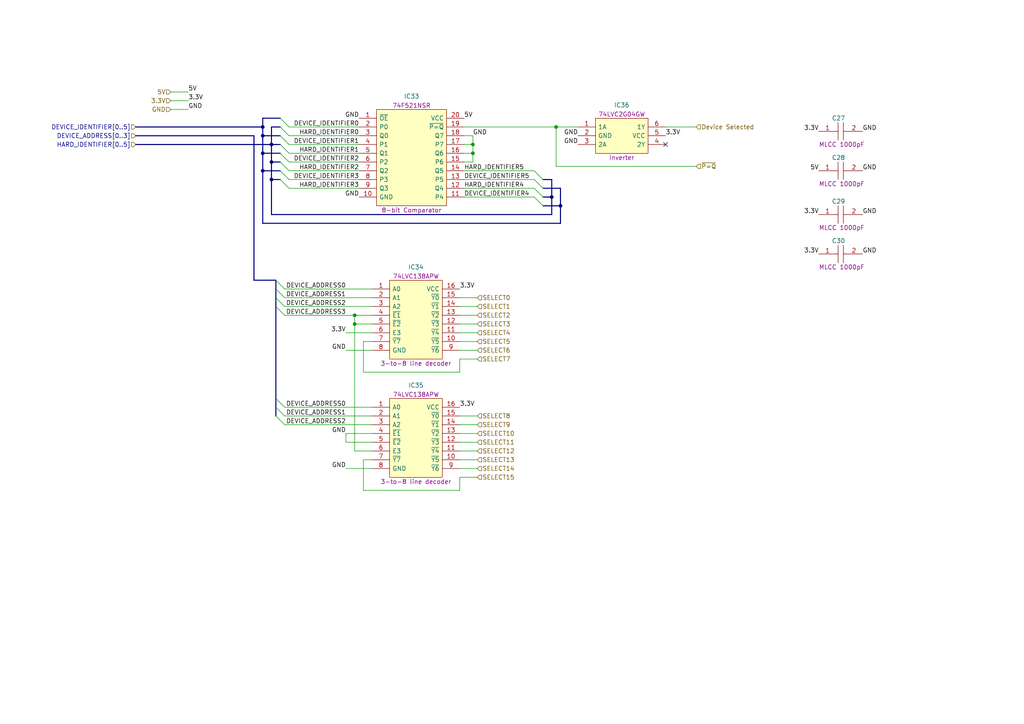
<source format=kicad_sch>
(kicad_sch (version 20211123) (generator eeschema)

  (uuid f789d22c-c435-4931-8655-d71f2b6109ae)

  (paper "A4")

  (lib_symbols
    (symbol "Nexperia:74LVC138APW-Q100J" (pin_names (offset 0.762)) (in_bom yes) (on_board yes)
      (property "Reference" "IC" (id 0) (at 11.43 6.35 0)
        (effects (font (size 1.27 1.27)) (justify left))
      )
      (property "Value" "74LVC138APW-Q100J" (id 1) (at 21.59 5.08 0)
        (effects (font (size 1.27 1.27)) (justify left) hide)
      )
      (property "Footprint" "SOP65P640X110-16N" (id 2) (at 21.59 2.54 0)
        (effects (font (size 1.27 1.27)) (justify left) hide)
      )
      (property "Datasheet" "https://assets.nexperia.com/documents/data-sheet/74LVC138A_Q100.pdf" (id 3) (at 21.59 0 0)
        (effects (font (size 1.27 1.27)) (justify left) hide)
      )
      (property "Description" "3-to-8 line decoder" (id 4) (at 2.54 -21.59 0)
        (effects (font (size 1.27 1.27)) (justify left))
      )
      (property "Height" "1.1" (id 5) (at 21.59 -5.08 0)
        (effects (font (size 1.27 1.27)) (justify left) hide)
      )
      (property "Mouser Part Number" "771-74LVC138APWQ100J" (id 6) (at 21.59 -7.62 0)
        (effects (font (size 1.27 1.27)) (justify left) hide)
      )
      (property "Mouser Price/Stock" "https://www.mouser.co.uk/ProductDetail/Nexperia/74LVC138APW-Q100J?qs=fi7yB2oewZnXKE82xo%252BhJQ%3D%3D" (id 7) (at 21.59 -10.16 0)
        (effects (font (size 1.27 1.27)) (justify left) hide)
      )
      (property "Manufacturer_Name" "Nexperia" (id 8) (at 21.59 -12.7 0)
        (effects (font (size 1.27 1.27)) (justify left) hide)
      )
      (property "Manufacturer_Part_Number" "74LVC138APW-Q100J" (id 9) (at 21.59 -15.24 0)
        (effects (font (size 1.27 1.27)) (justify left) hide)
      )
      (property "Silk" "74LVC138APW" (id 10) (at 12.7 3.81 0)
        (effects (font (size 1.27 1.27)))
      )
      (property "ki_description" "74LVC138A-Q100 - 3-to-8 line decoder/demultiplexer; inverting@en-us" (id 11) (at 0 0 0)
        (effects (font (size 1.27 1.27)) hide)
      )
      (symbol "74LVC138APW-Q100J_0_0"
        (pin passive line (at 0 0 0) (length 5.08)
          (name "A0" (effects (font (size 1.27 1.27))))
          (number "1" (effects (font (size 1.27 1.27))))
        )
        (pin passive line (at 25.4 -15.24 180) (length 5.08)
          (name "~{Y5}" (effects (font (size 1.27 1.27))))
          (number "10" (effects (font (size 1.27 1.27))))
        )
        (pin passive line (at 25.4 -12.7 180) (length 5.08)
          (name "~{Y4}" (effects (font (size 1.27 1.27))))
          (number "11" (effects (font (size 1.27 1.27))))
        )
        (pin passive line (at 25.4 -10.16 180) (length 5.08)
          (name "~{Y3}" (effects (font (size 1.27 1.27))))
          (number "12" (effects (font (size 1.27 1.27))))
        )
        (pin passive line (at 25.4 -7.62 180) (length 5.08)
          (name "~{Y2}" (effects (font (size 1.27 1.27))))
          (number "13" (effects (font (size 1.27 1.27))))
        )
        (pin passive line (at 25.4 -5.08 180) (length 5.08)
          (name "~{Y1}" (effects (font (size 1.27 1.27))))
          (number "14" (effects (font (size 1.27 1.27))))
        )
        (pin passive line (at 25.4 -2.54 180) (length 5.08)
          (name "~{Y0}" (effects (font (size 1.27 1.27))))
          (number "15" (effects (font (size 1.27 1.27))))
        )
        (pin passive line (at 25.4 0 180) (length 5.08)
          (name "VCC" (effects (font (size 1.27 1.27))))
          (number "16" (effects (font (size 1.27 1.27))))
        )
        (pin passive line (at 0 -2.54 0) (length 5.08)
          (name "A1" (effects (font (size 1.27 1.27))))
          (number "2" (effects (font (size 1.27 1.27))))
        )
        (pin passive line (at 0 -5.08 0) (length 5.08)
          (name "A2" (effects (font (size 1.27 1.27))))
          (number "3" (effects (font (size 1.27 1.27))))
        )
        (pin passive line (at 0 -7.62 0) (length 5.08)
          (name "~{E1}" (effects (font (size 1.27 1.27))))
          (number "4" (effects (font (size 1.27 1.27))))
        )
        (pin passive line (at 0 -10.16 0) (length 5.08)
          (name "~{E2}" (effects (font (size 1.27 1.27))))
          (number "5" (effects (font (size 1.27 1.27))))
        )
        (pin passive line (at 0 -12.7 0) (length 5.08)
          (name "E3" (effects (font (size 1.27 1.27))))
          (number "6" (effects (font (size 1.27 1.27))))
        )
        (pin passive line (at 0 -15.24 0) (length 5.08)
          (name "~{Y7}" (effects (font (size 1.27 1.27))))
          (number "7" (effects (font (size 1.27 1.27))))
        )
        (pin passive line (at 0 -17.78 0) (length 5.08)
          (name "GND" (effects (font (size 1.27 1.27))))
          (number "8" (effects (font (size 1.27 1.27))))
        )
        (pin passive line (at 25.4 -17.78 180) (length 5.08)
          (name "~{Y6}" (effects (font (size 1.27 1.27))))
          (number "9" (effects (font (size 1.27 1.27))))
        )
      )
      (symbol "74LVC138APW-Q100J_0_1"
        (polyline
          (pts
            (xy 5.08 2.54)
            (xy 20.32 2.54)
            (xy 20.32 -20.32)
            (xy 5.08 -20.32)
            (xy 5.08 2.54)
          )
          (stroke (width 0.1524) (type default) (color 0 0 0 0))
          (fill (type background))
        )
      )
    )
    (symbol "Nexperia:74LVC2G04GW-Q100H" (pin_names (offset 0.762)) (in_bom yes) (on_board yes)
      (property "Reference" "IC" (id 0) (at 11.43 6.35 0)
        (effects (font (size 1.27 1.27)) (justify left))
      )
      (property "Value" "74LVC2G04GW-Q100H" (id 1) (at 21.59 5.08 0)
        (effects (font (size 1.27 1.27)) (justify left) hide)
      )
      (property "Footprint" "SOP65P210X110-6N" (id 2) (at 21.59 2.54 0)
        (effects (font (size 1.27 1.27)) (justify left) hide)
      )
      (property "Datasheet" "https://assets.nexperia.com/documents/data-sheet/74LVC2G04_Q100.pdf" (id 3) (at 21.59 0 0)
        (effects (font (size 1.27 1.27)) (justify left) hide)
      )
      (property "Description" "Inverter" (id 4) (at 10.16 -8.89 0)
        (effects (font (size 1.27 1.27)) (justify left))
      )
      (property "Height" "1.1" (id 5) (at 21.59 -5.08 0)
        (effects (font (size 1.27 1.27)) (justify left) hide)
      )
      (property "Manufacturer_Name" "Nexperia" (id 6) (at 21.59 -7.62 0)
        (effects (font (size 1.27 1.27)) (justify left) hide)
      )
      (property "Manufacturer_Part_Number" "74LVC2G04GW-Q100H" (id 7) (at 21.59 -10.16 0)
        (effects (font (size 1.27 1.27)) (justify left) hide)
      )
      (property "Mouser Part Number" "771-74LVC2G04GWQ100H" (id 8) (at 21.59 -12.7 0)
        (effects (font (size 1.27 1.27)) (justify left) hide)
      )
      (property "Mouser Price/Stock" "https://www.mouser.co.uk/ProductDetail/Nexperia/74LVC2G04GW-Q100H?qs=Yna0arPQ0CQTXbBDVSrZqQ%3D%3D" (id 9) (at 21.59 -15.24 0)
        (effects (font (size 1.27 1.27)) (justify left) hide)
      )
      (property "Arrow Part Number" "74LVC2G04GW-Q100H" (id 10) (at 21.59 -17.78 0)
        (effects (font (size 1.27 1.27)) (justify left) hide)
      )
      (property "Arrow Price/Stock" "https://www.arrow.com/en/products/74lvc2g04gw-q100h/nexperia" (id 11) (at 21.59 -20.32 0)
        (effects (font (size 1.27 1.27)) (justify left) hide)
      )
      (property "Silk" "74LVC2G04GW" (id 12) (at 12.7 3.81 0)
        (effects (font (size 1.27 1.27)))
      )
      (property "ki_description" "74LVC2G04-Q100 - Dual inverter@en-us" (id 13) (at 0 0 0)
        (effects (font (size 1.27 1.27)) hide)
      )
      (symbol "74LVC2G04GW-Q100H_0_0"
        (pin passive line (at 0 0 0) (length 5.08)
          (name "1A" (effects (font (size 1.27 1.27))))
          (number "1" (effects (font (size 1.27 1.27))))
        )
        (pin passive line (at 0 -2.54 0) (length 5.08)
          (name "GND" (effects (font (size 1.27 1.27))))
          (number "2" (effects (font (size 1.27 1.27))))
        )
        (pin passive line (at 0 -5.08 0) (length 5.08)
          (name "2A" (effects (font (size 1.27 1.27))))
          (number "3" (effects (font (size 1.27 1.27))))
        )
        (pin passive line (at 25.4 -5.08 180) (length 5.08)
          (name "2Y" (effects (font (size 1.27 1.27))))
          (number "4" (effects (font (size 1.27 1.27))))
        )
        (pin passive line (at 25.4 -2.54 180) (length 5.08)
          (name "VCC" (effects (font (size 1.27 1.27))))
          (number "5" (effects (font (size 1.27 1.27))))
        )
        (pin passive line (at 25.4 0 180) (length 5.08)
          (name "1Y" (effects (font (size 1.27 1.27))))
          (number "6" (effects (font (size 1.27 1.27))))
        )
      )
      (symbol "74LVC2G04GW-Q100H_0_1"
        (polyline
          (pts
            (xy 5.08 2.54)
            (xy 20.32 2.54)
            (xy 20.32 -7.62)
            (xy 5.08 -7.62)
            (xy 5.08 2.54)
          )
          (stroke (width 0.1524) (type default) (color 0 0 0 0))
          (fill (type background))
        )
      )
    )
    (symbol "Texas_Instruments:SN74F521NSR" (pin_names (offset 0.762)) (in_bom yes) (on_board yes)
      (property "Reference" "IC" (id 0) (at 13.97 6.35 0)
        (effects (font (size 1.27 1.27)) (justify left))
      )
      (property "Value" "SN74F521NSR" (id 1) (at 26.67 5.08 0)
        (effects (font (size 1.27 1.27)) (justify left) hide)
      )
      (property "Footprint" "SOIC127P780X200-20N" (id 2) (at 26.67 2.54 0)
        (effects (font (size 1.27 1.27)) (justify left) hide)
      )
      (property "Datasheet" "http://www.ti.com/lit/gpn/sn74f521" (id 3) (at 26.67 0 0)
        (effects (font (size 1.27 1.27)) (justify left) hide)
      )
      (property "Description" "8-bit Comparator" (id 4) (at 6.35 -26.67 0)
        (effects (font (size 1.27 1.27)) (justify left))
      )
      (property "Height" "2" (id 5) (at 26.67 -5.08 0)
        (effects (font (size 1.27 1.27)) (justify left) hide)
      )
      (property "Mouser Part Number" "595-SN74F521NSR" (id 6) (at 26.67 -7.62 0)
        (effects (font (size 1.27 1.27)) (justify left) hide)
      )
      (property "Mouser Price/Stock" "https://www.mouser.co.uk/ProductDetail/Texas-Instruments/SN74F521NSR?qs=mE33ZKBHyE6KJhInhzfN1g%3D%3D" (id 7) (at 26.67 -10.16 0)
        (effects (font (size 1.27 1.27)) (justify left) hide)
      )
      (property "Manufacturer_Name" "Texas Instruments" (id 8) (at 26.67 -12.7 0)
        (effects (font (size 1.27 1.27)) (justify left) hide)
      )
      (property "Manufacturer_Part_Number" "SN74F521NSR" (id 9) (at 26.67 -15.24 0)
        (effects (font (size 1.27 1.27)) (justify left) hide)
      )
      (property "Silk" "74F521NSR" (id 10) (at 15.24 3.81 0)
        (effects (font (size 1.27 1.27)))
      )
      (property "ki_description" "8-Bit Identity/Magnitude Comparators (P=Q) with Enable" (id 11) (at 0 0 0)
        (effects (font (size 1.27 1.27)) hide)
      )
      (symbol "SN74F521NSR_0_0"
        (pin passive line (at 0 0 0) (length 5.08)
          (name "~{OE}" (effects (font (size 1.27 1.27))))
          (number "1" (effects (font (size 1.27 1.27))))
        )
        (pin passive line (at 0 -22.86 0) (length 5.08)
          (name "GND" (effects (font (size 1.27 1.27))))
          (number "10" (effects (font (size 1.27 1.27))))
        )
        (pin passive line (at 30.48 -22.86 180) (length 5.08)
          (name "P4" (effects (font (size 1.27 1.27))))
          (number "11" (effects (font (size 1.27 1.27))))
        )
        (pin passive line (at 30.48 -20.32 180) (length 5.08)
          (name "Q4" (effects (font (size 1.27 1.27))))
          (number "12" (effects (font (size 1.27 1.27))))
        )
        (pin passive line (at 30.48 -17.78 180) (length 5.08)
          (name "P5" (effects (font (size 1.27 1.27))))
          (number "13" (effects (font (size 1.27 1.27))))
        )
        (pin passive line (at 30.48 -15.24 180) (length 5.08)
          (name "Q5" (effects (font (size 1.27 1.27))))
          (number "14" (effects (font (size 1.27 1.27))))
        )
        (pin passive line (at 30.48 -12.7 180) (length 5.08)
          (name "P6" (effects (font (size 1.27 1.27))))
          (number "15" (effects (font (size 1.27 1.27))))
        )
        (pin passive line (at 30.48 -10.16 180) (length 5.08)
          (name "Q6" (effects (font (size 1.27 1.27))))
          (number "16" (effects (font (size 1.27 1.27))))
        )
        (pin passive line (at 30.48 -7.62 180) (length 5.08)
          (name "P7" (effects (font (size 1.27 1.27))))
          (number "17" (effects (font (size 1.27 1.27))))
        )
        (pin passive line (at 30.48 -5.08 180) (length 5.08)
          (name "Q7" (effects (font (size 1.27 1.27))))
          (number "18" (effects (font (size 1.27 1.27))))
        )
        (pin passive line (at 30.48 -2.54 180) (length 5.08)
          (name "~{P=Q}" (effects (font (size 1.27 1.27))))
          (number "19" (effects (font (size 1.27 1.27))))
        )
        (pin passive line (at 0 -2.54 0) (length 5.08)
          (name "P0" (effects (font (size 1.27 1.27))))
          (number "2" (effects (font (size 1.27 1.27))))
        )
        (pin passive line (at 30.48 0 180) (length 5.08)
          (name "VCC" (effects (font (size 1.27 1.27))))
          (number "20" (effects (font (size 1.27 1.27))))
        )
        (pin passive line (at 0 -5.08 0) (length 5.08)
          (name "Q0" (effects (font (size 1.27 1.27))))
          (number "3" (effects (font (size 1.27 1.27))))
        )
        (pin passive line (at 0 -7.62 0) (length 5.08)
          (name "P1" (effects (font (size 1.27 1.27))))
          (number "4" (effects (font (size 1.27 1.27))))
        )
        (pin passive line (at 0 -10.16 0) (length 5.08)
          (name "Q1" (effects (font (size 1.27 1.27))))
          (number "5" (effects (font (size 1.27 1.27))))
        )
        (pin passive line (at 0 -12.7 0) (length 5.08)
          (name "P2" (effects (font (size 1.27 1.27))))
          (number "6" (effects (font (size 1.27 1.27))))
        )
        (pin passive line (at 0 -15.24 0) (length 5.08)
          (name "Q2" (effects (font (size 1.27 1.27))))
          (number "7" (effects (font (size 1.27 1.27))))
        )
        (pin passive line (at 0 -17.78 0) (length 5.08)
          (name "P3" (effects (font (size 1.27 1.27))))
          (number "8" (effects (font (size 1.27 1.27))))
        )
        (pin passive line (at 0 -20.32 0) (length 5.08)
          (name "Q3" (effects (font (size 1.27 1.27))))
          (number "9" (effects (font (size 1.27 1.27))))
        )
      )
      (symbol "SN74F521NSR_0_1"
        (polyline
          (pts
            (xy 5.08 2.54)
            (xy 25.4 2.54)
            (xy 25.4 -25.4)
            (xy 5.08 -25.4)
            (xy 5.08 2.54)
          )
          (stroke (width 0.1524) (type default) (color 0 0 0 0))
          (fill (type background))
        )
      )
    )
    (symbol "Wurth_Elektronik:885012207033" (pin_names (offset 0.762)) (in_bom yes) (on_board yes)
      (property "Reference" "C" (id 0) (at 5.715 3.81 0)
        (effects (font (size 1.27 1.27)) (justify left))
      )
      (property "Value" "885012207033" (id 1) (at -1.27 3.81 0)
        (effects (font (size 1.27 1.27)) (justify left) hide)
      )
      (property "Footprint" "CAPC2012X90N" (id 2) (at 8.89 1.27 0)
        (effects (font (size 1.27 1.27)) (justify left) hide)
      )
      (property "Datasheet" "https://katalog.we-online.com/pbs/datasheet/885012207033.pdf" (id 3) (at 8.89 -1.27 0)
        (effects (font (size 1.27 1.27)) (justify left) hide)
      )
      (property "Description" "MLCC 1000pF" (id 4) (at 0 -3.81 0)
        (effects (font (size 1.27 1.27)) (justify left))
      )
      (property "Height" "0.9" (id 5) (at 8.89 -6.35 0)
        (effects (font (size 1.27 1.27)) (justify left) hide)
      )
      (property "Manufacturer_Name" "Wurth Elektronik" (id 6) (at 8.89 -8.89 0)
        (effects (font (size 1.27 1.27)) (justify left) hide)
      )
      (property "Manufacturer_Part_Number" "885012207033" (id 7) (at 8.89 -11.43 0)
        (effects (font (size 1.27 1.27)) (justify left) hide)
      )
      (property "Mouser Part Number" "710-885012207033" (id 8) (at 8.89 -13.97 0)
        (effects (font (size 1.27 1.27)) (justify left) hide)
      )
      (property "Mouser Price/Stock" "https://www.mouser.co.uk/ProductDetail/Wurth-Elektronik/885012207033?qs=0KOYDY2FL28ky2lrUPvQ%2Fw%3D%3D" (id 9) (at 8.89 -16.51 0)
        (effects (font (size 1.27 1.27)) (justify left) hide)
      )
      (property "Arrow Part Number" "" (id 10) (at 8.89 -19.05 0)
        (effects (font (size 1.27 1.27)) (justify left) hide)
      )
      (property "Arrow Price/Stock" "" (id 11) (at 8.89 -21.59 0)
        (effects (font (size 1.27 1.27)) (justify left) hide)
      )
      (property "ki_description" "Multilayer Ceramic Chip Capacitor WCAP-CSGP Series 0805 1000pF X7R0805102K016DFCT10000" (id 12) (at 0 0 0)
        (effects (font (size 1.27 1.27)) hide)
      )
      (symbol "885012207033_0_0"
        (pin passive line (at 0 0 0) (length 5.08)
          (name "~" (effects (font (size 1.27 1.27))))
          (number "1" (effects (font (size 1.27 1.27))))
        )
        (pin passive line (at 12.7 0 180) (length 5.08)
          (name "~" (effects (font (size 1.27 1.27))))
          (number "2" (effects (font (size 1.27 1.27))))
        )
      )
      (symbol "885012207033_0_1"
        (polyline
          (pts
            (xy 5.08 0)
            (xy 5.588 0)
          )
          (stroke (width 0.1524) (type default) (color 0 0 0 0))
          (fill (type none))
        )
        (polyline
          (pts
            (xy 5.588 2.54)
            (xy 5.588 -2.54)
          )
          (stroke (width 0.1524) (type default) (color 0 0 0 0))
          (fill (type none))
        )
        (polyline
          (pts
            (xy 7.112 0)
            (xy 7.62 0)
          )
          (stroke (width 0.1524) (type default) (color 0 0 0 0))
          (fill (type none))
        )
        (polyline
          (pts
            (xy 7.112 2.54)
            (xy 7.112 -2.54)
          )
          (stroke (width 0.1524) (type default) (color 0 0 0 0))
          (fill (type none))
        )
      )
    )
  )

  (junction (at 137.16 44.45) (diameter 0) (color 0 0 0 0)
    (uuid 0a80434a-89c3-4137-9348-9e5a1b3c8213)
  )
  (junction (at 76.2 44.45) (diameter 0) (color 0 0 0 0)
    (uuid 0de5f663-6003-4dcf-871d-048867bcc294)
  )
  (junction (at 76.2 36.83) (diameter 0) (color 0 0 0 0)
    (uuid 2556f2c8-a7fe-410e-b71f-d1d01da535e9)
  )
  (junction (at 137.16 41.91) (diameter 0) (color 0 0 0 0)
    (uuid 3e15ea8e-9400-495d-b93c-74034f712917)
  )
  (junction (at 78.74 52.07) (diameter 0) (color 0 0 0 0)
    (uuid 5b954549-e819-475d-97fb-4df3405ab928)
  )
  (junction (at 161.29 36.83) (diameter 0) (color 0 0 0 0)
    (uuid 64ae0463-cfbf-453b-934d-649adf4ba540)
  )
  (junction (at 76.2 49.53) (diameter 0) (color 0 0 0 0)
    (uuid 892e38f1-d7db-488a-82ed-cd693bf497d5)
  )
  (junction (at 102.87 91.44) (diameter 0) (color 0 0 0 0)
    (uuid 93368b8e-7be6-43f6-ba68-497ed086bb7b)
  )
  (junction (at 160.02 57.15) (diameter 0) (color 0 0 0 0)
    (uuid a0ea5d33-19f5-4d49-9c8f-6d8755faf294)
  )
  (junction (at 78.74 46.99) (diameter 0) (color 0 0 0 0)
    (uuid a80660de-3326-420b-adc4-4bd34c1cd956)
  )
  (junction (at 102.87 93.98) (diameter 0) (color 0 0 0 0)
    (uuid afe3cd72-5aa2-4de3-9c0e-b65fe9c090b6)
  )
  (junction (at 78.74 41.91) (diameter 0) (color 0 0 0 0)
    (uuid b0369b96-b46a-4e81-aa5d-c0ea1778bc91)
  )
  (junction (at 162.56 59.69) (diameter 0) (color 0 0 0 0)
    (uuid b5714bdd-4c4f-4f24-9a11-5962705eee94)
  )
  (junction (at 76.2 39.37) (diameter 0) (color 0 0 0 0)
    (uuid fbef54e8-7aaf-40dc-b150-30a68079028e)
  )

  (no_connect (at 193.04 41.91) (uuid 62945635-4e66-4a3a-b41b-0b121e5cfe1e))

  (bus_entry (at 154.94 52.07) (size 2.54 2.54)
    (stroke (width 0) (type default) (color 0 0 0 0))
    (uuid 197da6a0-8641-4b04-9b37-295bbb6a9487)
  )
  (bus_entry (at 154.94 54.61) (size 2.54 2.54)
    (stroke (width 0) (type default) (color 0 0 0 0))
    (uuid 27355eb4-7c58-414d-8a72-12c38aa894ed)
  )
  (bus_entry (at 81.28 39.37) (size 2.54 2.54)
    (stroke (width 0) (type default) (color 0 0 0 0))
    (uuid 31a98bb1-7d9f-42fe-87fc-e085a5cdbbf1)
  )
  (bus_entry (at 81.28 36.83) (size 2.54 2.54)
    (stroke (width 0) (type default) (color 0 0 0 0))
    (uuid 31ee6b07-d9c6-40aa-a30c-a510d5149ee0)
  )
  (bus_entry (at 154.94 49.53) (size 2.54 2.54)
    (stroke (width 0) (type default) (color 0 0 0 0))
    (uuid 326d564f-5aaa-42c8-917b-104778544bf3)
  )
  (bus_entry (at 81.28 46.99) (size 2.54 2.54)
    (stroke (width 0) (type default) (color 0 0 0 0))
    (uuid 3a8275e9-15e2-4925-a96f-2109be457100)
  )
  (bus_entry (at 81.28 52.07) (size 2.54 2.54)
    (stroke (width 0) (type default) (color 0 0 0 0))
    (uuid 4cb50245-16fc-4156-9a94-8214e215fc75)
  )
  (bus_entry (at 154.94 57.15) (size 2.54 2.54)
    (stroke (width 0) (type default) (color 0 0 0 0))
    (uuid 5a5319ca-efac-4e90-8e03-df5d3e0ae6cc)
  )
  (bus_entry (at 80.01 83.82) (size 2.54 2.54)
    (stroke (width 0) (type default) (color 0 0 0 0))
    (uuid 5b23a5b2-28e8-4fc9-a7a6-7aaf9c103d1e)
  )
  (bus_entry (at 81.28 44.45) (size 2.54 2.54)
    (stroke (width 0) (type default) (color 0 0 0 0))
    (uuid 74d81b5e-e83f-42a7-910e-412d736e6093)
  )
  (bus_entry (at 80.01 120.65) (size 2.54 2.54)
    (stroke (width 0) (type default) (color 0 0 0 0))
    (uuid 807aa310-d256-4969-87ea-0f25f6c73799)
  )
  (bus_entry (at 80.01 115.57) (size 2.54 2.54)
    (stroke (width 0) (type default) (color 0 0 0 0))
    (uuid 97c96692-3012-4fc7-8a7a-a32399a0b291)
  )
  (bus_entry (at 80.01 88.9) (size 2.54 2.54)
    (stroke (width 0) (type default) (color 0 0 0 0))
    (uuid ad8066ac-8beb-48bc-8d96-1bb4488fb2e0)
  )
  (bus_entry (at 80.01 118.11) (size 2.54 2.54)
    (stroke (width 0) (type default) (color 0 0 0 0))
    (uuid b6d8d86f-9a82-4a4f-a726-91dad5e93b35)
  )
  (bus_entry (at 80.01 86.36) (size 2.54 2.54)
    (stroke (width 0) (type default) (color 0 0 0 0))
    (uuid c1ffea03-2d57-4a71-8e90-eb24faa1df7c)
  )
  (bus_entry (at 80.01 81.28) (size 2.54 2.54)
    (stroke (width 0) (type default) (color 0 0 0 0))
    (uuid c50effe5-bea7-40cb-bb20-9701b48e1b64)
  )
  (bus_entry (at 81.28 41.91) (size 2.54 2.54)
    (stroke (width 0) (type default) (color 0 0 0 0))
    (uuid db172008-375e-4e07-8e7d-66c296b46572)
  )
  (bus_entry (at 81.28 34.29) (size 2.54 2.54)
    (stroke (width 0) (type default) (color 0 0 0 0))
    (uuid dc3ba918-f097-4718-8b49-bf1c3f2ec16f)
  )
  (bus_entry (at 81.28 49.53) (size 2.54 2.54)
    (stroke (width 0) (type default) (color 0 0 0 0))
    (uuid f8fbf2b9-10a9-4c54-a527-11058fe93631)
  )

  (wire (pts (xy 133.35 142.24) (xy 133.35 138.43))
    (stroke (width 0) (type default) (color 0 0 0 0))
    (uuid 00fecc1d-224b-4224-9873-2bce5cabbaa1)
  )
  (wire (pts (xy 138.43 88.9) (xy 133.35 88.9))
    (stroke (width 0) (type default) (color 0 0 0 0))
    (uuid 01b8212c-61a1-4a27-870e-c233ccea5b89)
  )
  (bus (pts (xy 76.2 64.77) (xy 162.56 64.77))
    (stroke (width 0) (type default) (color 0 0 0 0))
    (uuid 032d77ae-108b-445b-b16d-eada5c50d144)
  )

  (wire (pts (xy 137.16 44.45) (xy 137.16 46.99))
    (stroke (width 0) (type default) (color 0 0 0 0))
    (uuid 04c14ff0-44c1-4492-8773-599fceead21d)
  )
  (wire (pts (xy 138.43 130.81) (xy 133.35 130.81))
    (stroke (width 0) (type default) (color 0 0 0 0))
    (uuid 052c6dc3-ce74-4f9e-937e-d04249ac699e)
  )
  (bus (pts (xy 157.48 59.69) (xy 162.56 59.69))
    (stroke (width 0) (type default) (color 0 0 0 0))
    (uuid 05738557-e8a5-4dc5-a9ed-020ef484b28b)
  )
  (bus (pts (xy 157.48 57.15) (xy 160.02 57.15))
    (stroke (width 0) (type default) (color 0 0 0 0))
    (uuid 05c18be1-7465-45e8-8d40-84c0dd4dc4f0)
  )
  (bus (pts (xy 81.28 34.29) (xy 76.2 34.29))
    (stroke (width 0) (type default) (color 0 0 0 0))
    (uuid 068fb71a-412b-4b5b-bb65-9f0129fe48e2)
  )

  (wire (pts (xy 49.53 29.21) (xy 54.61 29.21))
    (stroke (width 0) (type default) (color 0 0 0 0))
    (uuid 090d1067-6f6c-453e-ae60-a88dd179ace5)
  )
  (wire (pts (xy 49.53 26.67) (xy 54.61 26.67))
    (stroke (width 0) (type default) (color 0 0 0 0))
    (uuid 0ed6ddb9-e1a0-4404-9abf-216ead7696a0)
  )
  (bus (pts (xy 162.56 64.77) (xy 162.56 59.69))
    (stroke (width 0) (type default) (color 0 0 0 0))
    (uuid 106363a7-7146-43fe-9cb1-c3ae8c7141ec)
  )
  (bus (pts (xy 160.02 62.23) (xy 160.02 57.15))
    (stroke (width 0) (type default) (color 0 0 0 0))
    (uuid 112af0b4-38c7-4cb8-8a0c-875efc80ae40)
  )

  (wire (pts (xy 193.04 36.83) (xy 201.93 36.83))
    (stroke (width 0) (type default) (color 0 0 0 0))
    (uuid 11ba9d1c-eb54-481c-a388-246f7c578700)
  )
  (wire (pts (xy 107.95 99.06) (xy 105.41 99.06))
    (stroke (width 0) (type default) (color 0 0 0 0))
    (uuid 1236cab2-eb62-4850-9536-5ed7a53fcea8)
  )
  (bus (pts (xy 78.74 52.07) (xy 78.74 62.23))
    (stroke (width 0) (type default) (color 0 0 0 0))
    (uuid 1bea1f0b-8567-4e82-a3de-e6d30acdf497)
  )

  (wire (pts (xy 105.41 142.24) (xy 133.35 142.24))
    (stroke (width 0) (type default) (color 0 0 0 0))
    (uuid 1f67eb03-1d87-4860-9ab8-43ab541d9619)
  )
  (wire (pts (xy 100.33 96.52) (xy 107.95 96.52))
    (stroke (width 0) (type default) (color 0 0 0 0))
    (uuid 227ab65f-7d1d-447d-af69-7d7d2a823de0)
  )
  (wire (pts (xy 134.62 57.15) (xy 154.94 57.15))
    (stroke (width 0) (type default) (color 0 0 0 0))
    (uuid 254dfd2b-70f1-4b6b-a8fe-6a1d0b08423e)
  )
  (wire (pts (xy 161.29 48.26) (xy 201.93 48.26))
    (stroke (width 0) (type default) (color 0 0 0 0))
    (uuid 25e6f057-f514-44a0-811e-20ae1c296e6e)
  )
  (wire (pts (xy 134.62 39.37) (xy 137.16 39.37))
    (stroke (width 0) (type default) (color 0 0 0 0))
    (uuid 29ab5f39-56b0-43c0-9051-4a537fe4eb41)
  )
  (bus (pts (xy 39.37 41.91) (xy 78.74 41.91))
    (stroke (width 0) (type default) (color 0 0 0 0))
    (uuid 2a9dbd9f-476f-48c2-9531-bdb2d9b815c7)
  )
  (bus (pts (xy 80.01 81.28) (xy 80.01 83.82))
    (stroke (width 0) (type default) (color 0 0 0 0))
    (uuid 2bb8a280-6442-4574-aae3-0f2ffe6d21d3)
  )

  (wire (pts (xy 82.55 86.36) (xy 107.95 86.36))
    (stroke (width 0) (type default) (color 0 0 0 0))
    (uuid 2cf0c948-6b2a-4642-8a53-c73853040fe7)
  )
  (wire (pts (xy 138.43 125.73) (xy 133.35 125.73))
    (stroke (width 0) (type default) (color 0 0 0 0))
    (uuid 2ed80e60-64ee-4820-8c04-211091b4224e)
  )
  (wire (pts (xy 138.43 99.06) (xy 133.35 99.06))
    (stroke (width 0) (type default) (color 0 0 0 0))
    (uuid 31676c5d-2bf5-45e6-b53a-1ee9d619ac7b)
  )
  (bus (pts (xy 81.28 36.83) (xy 78.74 36.83))
    (stroke (width 0) (type default) (color 0 0 0 0))
    (uuid 31e72f05-9eff-4ca5-961c-ff49a465145b)
  )

  (wire (pts (xy 102.87 130.81) (xy 107.95 130.81))
    (stroke (width 0) (type default) (color 0 0 0 0))
    (uuid 33217fa7-5c11-46c4-9654-3282ab944b51)
  )
  (wire (pts (xy 138.43 91.44) (xy 133.35 91.44))
    (stroke (width 0) (type default) (color 0 0 0 0))
    (uuid 3396b549-79e8-4cd1-a824-ab241b811d9b)
  )
  (wire (pts (xy 134.62 41.91) (xy 137.16 41.91))
    (stroke (width 0) (type default) (color 0 0 0 0))
    (uuid 365b6d6b-f7b0-4cd4-a118-caee06e574a0)
  )
  (wire (pts (xy 100.33 128.27) (xy 107.95 128.27))
    (stroke (width 0) (type default) (color 0 0 0 0))
    (uuid 369491d5-329b-4926-8780-7c29960b1e09)
  )
  (wire (pts (xy 134.62 54.61) (xy 154.94 54.61))
    (stroke (width 0) (type default) (color 0 0 0 0))
    (uuid 36e34d16-fdff-47b8-be3a-58af7c1815e3)
  )
  (wire (pts (xy 105.41 133.35) (xy 105.41 142.24))
    (stroke (width 0) (type default) (color 0 0 0 0))
    (uuid 39750788-2895-4e6c-bbc5-7a19ec89dcbe)
  )
  (bus (pts (xy 80.01 115.57) (xy 80.01 118.11))
    (stroke (width 0) (type default) (color 0 0 0 0))
    (uuid 4094b72f-cc68-4816-997d-4318110d9e8f)
  )

  (wire (pts (xy 105.41 107.95) (xy 133.35 107.95))
    (stroke (width 0) (type default) (color 0 0 0 0))
    (uuid 41d70cf3-7061-473a-8729-a0b9e9c9b603)
  )
  (wire (pts (xy 83.82 54.61) (xy 104.14 54.61))
    (stroke (width 0) (type default) (color 0 0 0 0))
    (uuid 4209c039-0f70-4744-8377-0307aaff900c)
  )
  (wire (pts (xy 138.43 96.52) (xy 133.35 96.52))
    (stroke (width 0) (type default) (color 0 0 0 0))
    (uuid 468e5b95-be68-423f-bf0b-e8c1aabd6b7f)
  )
  (wire (pts (xy 83.82 44.45) (xy 104.14 44.45))
    (stroke (width 0) (type default) (color 0 0 0 0))
    (uuid 4f91b8e3-c075-485b-8706-e7ac8695a228)
  )
  (wire (pts (xy 134.62 49.53) (xy 154.94 49.53))
    (stroke (width 0) (type default) (color 0 0 0 0))
    (uuid 568a1f83-9d9a-4bc1-83b8-39bceb9fab56)
  )
  (wire (pts (xy 137.16 44.45) (xy 134.62 44.45))
    (stroke (width 0) (type default) (color 0 0 0 0))
    (uuid 5e086e48-f890-4046-b84a-87be72474114)
  )
  (wire (pts (xy 82.55 88.9) (xy 107.95 88.9))
    (stroke (width 0) (type default) (color 0 0 0 0))
    (uuid 6293a9ec-0ec3-404d-a797-4416fd6b0621)
  )
  (bus (pts (xy 80.01 88.9) (xy 80.01 115.57))
    (stroke (width 0) (type default) (color 0 0 0 0))
    (uuid 651a78d1-b5bc-4f08-881d-862c75f9ef23)
  )

  (wire (pts (xy 82.55 83.82) (xy 107.95 83.82))
    (stroke (width 0) (type default) (color 0 0 0 0))
    (uuid 67b31be3-abf8-4d06-b9e7-1d8d7b3e3083)
  )
  (wire (pts (xy 82.55 91.44) (xy 102.87 91.44))
    (stroke (width 0) (type default) (color 0 0 0 0))
    (uuid 68a56868-301c-450c-953a-fa05f87a74ba)
  )
  (wire (pts (xy 138.43 133.35) (xy 133.35 133.35))
    (stroke (width 0) (type default) (color 0 0 0 0))
    (uuid 6d5e6a75-bf9a-4fc1-bec4-e6bcc56b919c)
  )
  (wire (pts (xy 138.43 120.65) (xy 133.35 120.65))
    (stroke (width 0) (type default) (color 0 0 0 0))
    (uuid 6f14125c-01d2-44ca-aed0-7cfce757a92c)
  )
  (wire (pts (xy 138.43 86.36) (xy 133.35 86.36))
    (stroke (width 0) (type default) (color 0 0 0 0))
    (uuid 6f819dad-539b-40af-b649-872d251da7e8)
  )
  (bus (pts (xy 80.01 118.11) (xy 80.01 120.65))
    (stroke (width 0) (type default) (color 0 0 0 0))
    (uuid 7ae08b67-adff-457a-867c-61cb97f22fb8)
  )

  (wire (pts (xy 161.29 36.83) (xy 161.29 48.26))
    (stroke (width 0) (type default) (color 0 0 0 0))
    (uuid 7d25a1e5-5bec-4923-964f-103145d4bd69)
  )
  (wire (pts (xy 100.33 101.6) (xy 107.95 101.6))
    (stroke (width 0) (type default) (color 0 0 0 0))
    (uuid 7ea3d13a-82b6-431e-958c-980333eccd52)
  )
  (wire (pts (xy 102.87 93.98) (xy 107.95 93.98))
    (stroke (width 0) (type default) (color 0 0 0 0))
    (uuid 80509878-1cf3-491c-b4de-859d4e9fd671)
  )
  (bus (pts (xy 157.48 52.07) (xy 160.02 52.07))
    (stroke (width 0) (type default) (color 0 0 0 0))
    (uuid 83a44030-7aea-46b3-ae57-7e9bdae0bb1c)
  )

  (wire (pts (xy 102.87 91.44) (xy 107.95 91.44))
    (stroke (width 0) (type default) (color 0 0 0 0))
    (uuid 8484294e-1c8e-4e50-9dc7-5f6f09ab892e)
  )
  (wire (pts (xy 102.87 93.98) (xy 102.87 91.44))
    (stroke (width 0) (type default) (color 0 0 0 0))
    (uuid 8767049e-f3c0-4b8a-9613-5777d9bf404a)
  )
  (bus (pts (xy 76.2 49.53) (xy 76.2 64.77))
    (stroke (width 0) (type default) (color 0 0 0 0))
    (uuid 88160679-74a6-4959-b712-c116df5c0aa1)
  )
  (bus (pts (xy 162.56 54.61) (xy 162.56 59.69))
    (stroke (width 0) (type default) (color 0 0 0 0))
    (uuid 887670a0-774e-4b7f-89e3-a63fd529d5b0)
  )

  (wire (pts (xy 138.43 123.19) (xy 133.35 123.19))
    (stroke (width 0) (type default) (color 0 0 0 0))
    (uuid 8f07b167-9f55-4ef3-b235-ddf485adb61e)
  )
  (bus (pts (xy 78.74 46.99) (xy 78.74 52.07))
    (stroke (width 0) (type default) (color 0 0 0 0))
    (uuid 91472c50-0cd4-438b-8dba-4195405d3d44)
  )

  (wire (pts (xy 83.82 52.07) (xy 104.14 52.07))
    (stroke (width 0) (type default) (color 0 0 0 0))
    (uuid 95882b29-85e3-450c-90f0-1fd0cb108154)
  )
  (wire (pts (xy 83.82 39.37) (xy 104.14 39.37))
    (stroke (width 0) (type default) (color 0 0 0 0))
    (uuid 96f9ca5a-0952-4304-9dd3-35c25faa9a06)
  )
  (bus (pts (xy 76.2 44.45) (xy 76.2 49.53))
    (stroke (width 0) (type default) (color 0 0 0 0))
    (uuid 9b7bfe99-a106-4ad2-ac7a-b5a9322e1f06)
  )
  (bus (pts (xy 78.74 41.91) (xy 78.74 46.99))
    (stroke (width 0) (type default) (color 0 0 0 0))
    (uuid 9b8572f5-45d2-4f80-94b2-530e62bab383)
  )
  (bus (pts (xy 78.74 41.91) (xy 81.28 41.91))
    (stroke (width 0) (type default) (color 0 0 0 0))
    (uuid 9bea9d33-d98b-4424-a00a-457ecabbc258)
  )
  (bus (pts (xy 80.01 86.36) (xy 80.01 88.9))
    (stroke (width 0) (type default) (color 0 0 0 0))
    (uuid 9d293823-6b07-44a2-a80b-dfcc3f0a0342)
  )

  (wire (pts (xy 83.82 36.83) (xy 104.14 36.83))
    (stroke (width 0) (type default) (color 0 0 0 0))
    (uuid a000f917-7f0a-49a8-b553-2786ad34352f)
  )
  (wire (pts (xy 137.16 46.99) (xy 134.62 46.99))
    (stroke (width 0) (type default) (color 0 0 0 0))
    (uuid a077a51f-a056-4c84-a920-cb07f3811a03)
  )
  (bus (pts (xy 76.2 39.37) (xy 81.28 39.37))
    (stroke (width 0) (type default) (color 0 0 0 0))
    (uuid a1ee480f-e184-4152-87e0-fb257f736352)
  )

  (wire (pts (xy 83.82 46.99) (xy 104.14 46.99))
    (stroke (width 0) (type default) (color 0 0 0 0))
    (uuid a4ce9ff1-6f3f-4022-b3dc-b3d422b566c5)
  )
  (bus (pts (xy 39.37 36.83) (xy 76.2 36.83))
    (stroke (width 0) (type default) (color 0 0 0 0))
    (uuid aa1331f1-b205-47de-9fa7-35d0c7855b1a)
  )

  (wire (pts (xy 82.55 123.19) (xy 107.95 123.19))
    (stroke (width 0) (type default) (color 0 0 0 0))
    (uuid ae813db8-9fe6-4f05-9a81-9d4082297578)
  )
  (wire (pts (xy 82.55 118.11) (xy 107.95 118.11))
    (stroke (width 0) (type default) (color 0 0 0 0))
    (uuid af58f6ab-d60c-4808-811d-2a725730f9d4)
  )
  (bus (pts (xy 73.66 81.28) (xy 80.01 81.28))
    (stroke (width 0) (type default) (color 0 0 0 0))
    (uuid b03bfe4c-741b-4a7f-a958-a0b5a92939cb)
  )
  (bus (pts (xy 78.74 36.83) (xy 78.74 41.91))
    (stroke (width 0) (type default) (color 0 0 0 0))
    (uuid b229e1f7-3d2b-4fcc-9b14-4abc5566d4ca)
  )

  (wire (pts (xy 134.62 36.83) (xy 161.29 36.83))
    (stroke (width 0) (type default) (color 0 0 0 0))
    (uuid b37d8c0f-c8d8-44cb-b5b5-d8d77ffe20fb)
  )
  (bus (pts (xy 73.66 39.37) (xy 73.66 81.28))
    (stroke (width 0) (type default) (color 0 0 0 0))
    (uuid b441fee7-8f41-4521-8f1e-72bbd10d02bf)
  )

  (wire (pts (xy 137.16 39.37) (xy 137.16 41.91))
    (stroke (width 0) (type default) (color 0 0 0 0))
    (uuid b47bf470-3e86-44a6-8e90-a85e7f8778f2)
  )
  (wire (pts (xy 134.62 52.07) (xy 154.94 52.07))
    (stroke (width 0) (type default) (color 0 0 0 0))
    (uuid b4945150-4806-409b-b072-8be565e5425b)
  )
  (wire (pts (xy 137.16 41.91) (xy 137.16 44.45))
    (stroke (width 0) (type default) (color 0 0 0 0))
    (uuid b5610573-a029-4df9-b375-0ca51944250e)
  )
  (wire (pts (xy 49.53 31.75) (xy 54.61 31.75))
    (stroke (width 0) (type default) (color 0 0 0 0))
    (uuid ba38d47b-0fc1-4abe-ab26-8b29c5d22537)
  )
  (bus (pts (xy 80.01 83.82) (xy 80.01 86.36))
    (stroke (width 0) (type default) (color 0 0 0 0))
    (uuid be8b70bc-615e-4656-b760-989e7b2a02bd)
  )

  (wire (pts (xy 161.29 36.83) (xy 167.64 36.83))
    (stroke (width 0) (type default) (color 0 0 0 0))
    (uuid c2ea6ff3-2fe0-44c4-a6f5-dea67a2ce4f8)
  )
  (wire (pts (xy 133.35 107.95) (xy 133.35 104.14))
    (stroke (width 0) (type default) (color 0 0 0 0))
    (uuid c40cc112-b24a-40be-9577-4878de076fc5)
  )
  (wire (pts (xy 107.95 133.35) (xy 105.41 133.35))
    (stroke (width 0) (type default) (color 0 0 0 0))
    (uuid c6c7c409-b11e-44ec-b5ef-850452d45e95)
  )
  (bus (pts (xy 78.74 62.23) (xy 160.02 62.23))
    (stroke (width 0) (type default) (color 0 0 0 0))
    (uuid c8c319d6-c608-4aed-9564-acd8604563e5)
  )

  (wire (pts (xy 83.82 49.53) (xy 104.14 49.53))
    (stroke (width 0) (type default) (color 0 0 0 0))
    (uuid c9765967-1de9-4758-8163-dae5cbb08065)
  )
  (wire (pts (xy 100.33 125.73) (xy 107.95 125.73))
    (stroke (width 0) (type default) (color 0 0 0 0))
    (uuid c9b702c9-b1ff-4f34-8461-f7acf6f9049a)
  )
  (bus (pts (xy 157.48 54.61) (xy 162.56 54.61))
    (stroke (width 0) (type default) (color 0 0 0 0))
    (uuid c9e4a05c-875e-4e2c-b56e-b2af4ac68e07)
  )

  (wire (pts (xy 133.35 104.14) (xy 138.43 104.14))
    (stroke (width 0) (type default) (color 0 0 0 0))
    (uuid cbc12d21-3bed-4d1b-b921-c2abecd5e4ab)
  )
  (wire (pts (xy 138.43 93.98) (xy 133.35 93.98))
    (stroke (width 0) (type default) (color 0 0 0 0))
    (uuid cea2d2df-267d-42f6-9066-e28ea582dcc2)
  )
  (wire (pts (xy 133.35 138.43) (xy 138.43 138.43))
    (stroke (width 0) (type default) (color 0 0 0 0))
    (uuid d03ad5b2-89b2-46a2-bad2-cf8b7e4eb6fe)
  )
  (bus (pts (xy 81.28 44.45) (xy 76.2 44.45))
    (stroke (width 0) (type default) (color 0 0 0 0))
    (uuid d17b8d9d-6ad9-4f10-982f-3d6b54dc8969)
  )

  (wire (pts (xy 102.87 93.98) (xy 102.87 130.81))
    (stroke (width 0) (type default) (color 0 0 0 0))
    (uuid da17281f-4722-45f1-a87b-a1c344e3e2c9)
  )
  (wire (pts (xy 138.43 128.27) (xy 133.35 128.27))
    (stroke (width 0) (type default) (color 0 0 0 0))
    (uuid dacf3b3d-2d5c-4dc0-bc89-4802a87d358d)
  )
  (wire (pts (xy 82.55 120.65) (xy 107.95 120.65))
    (stroke (width 0) (type default) (color 0 0 0 0))
    (uuid dc52cf4a-3b95-437c-b524-f35e52177308)
  )
  (bus (pts (xy 81.28 46.99) (xy 78.74 46.99))
    (stroke (width 0) (type default) (color 0 0 0 0))
    (uuid de2768d9-42d3-41be-8cf1-58c85c37584f)
  )
  (bus (pts (xy 160.02 57.15) (xy 160.02 52.07))
    (stroke (width 0) (type default) (color 0 0 0 0))
    (uuid df813211-98f5-4a54-8cdd-a3b6750ef22b)
  )

  (wire (pts (xy 105.41 99.06) (xy 105.41 107.95))
    (stroke (width 0) (type default) (color 0 0 0 0))
    (uuid dfd58715-2632-436a-8927-20b6d7500fed)
  )
  (bus (pts (xy 76.2 49.53) (xy 81.28 49.53))
    (stroke (width 0) (type default) (color 0 0 0 0))
    (uuid e3318b9d-9a5c-45ac-8969-a28e264b7ac9)
  )

  (wire (pts (xy 138.43 135.89) (xy 133.35 135.89))
    (stroke (width 0) (type default) (color 0 0 0 0))
    (uuid e5058db5-1112-45a5-abbd-80d4632a6e26)
  )
  (bus (pts (xy 76.2 34.29) (xy 76.2 36.83))
    (stroke (width 0) (type default) (color 0 0 0 0))
    (uuid e527c67b-5410-41a4-a862-c6e1f38ad32e)
  )
  (bus (pts (xy 39.37 39.37) (xy 73.66 39.37))
    (stroke (width 0) (type default) (color 0 0 0 0))
    (uuid e83da790-5134-47ad-a6cf-8224670a9cfe)
  )
  (bus (pts (xy 76.2 39.37) (xy 76.2 44.45))
    (stroke (width 0) (type default) (color 0 0 0 0))
    (uuid e93ee377-155d-4b59-8434-c6637957e240)
  )

  (wire (pts (xy 83.82 41.91) (xy 104.14 41.91))
    (stroke (width 0) (type default) (color 0 0 0 0))
    (uuid eb8a66e4-a579-46ba-92d2-7d86f1029f49)
  )
  (wire (pts (xy 138.43 101.6) (xy 133.35 101.6))
    (stroke (width 0) (type default) (color 0 0 0 0))
    (uuid f0a10b05-6248-4ec9-9af8-6c1b31727e69)
  )
  (wire (pts (xy 100.33 135.89) (xy 107.95 135.89))
    (stroke (width 0) (type default) (color 0 0 0 0))
    (uuid f19c51be-6fbf-495d-a061-b6886b2ddb84)
  )
  (bus (pts (xy 76.2 36.83) (xy 76.2 39.37))
    (stroke (width 0) (type default) (color 0 0 0 0))
    (uuid f63f0155-2785-4238-8afc-e7b387a800a1)
  )
  (bus (pts (xy 78.74 52.07) (xy 81.28 52.07))
    (stroke (width 0) (type default) (color 0 0 0 0))
    (uuid fc0a64b8-9091-4226-a9dd-0991e1f58b52)
  )

  (wire (pts (xy 100.33 125.73) (xy 100.33 128.27))
    (stroke (width 0) (type default) (color 0 0 0 0))
    (uuid fcb67930-aa29-4db8-b430-2c9277b0bd02)
  )

  (label "GND" (at 250.19 73.66 0)
    (effects (font (size 1.27 1.27)) (justify left bottom))
    (uuid 05f848a9-87f4-4016-b609-47e56ef95d79)
  )
  (label "DEVICE_IDENTIFIER0" (at 104.14 36.83 180)
    (effects (font (size 1.27 1.27)) (justify right bottom))
    (uuid 1964b1bd-192c-4373-9f0e-8c6dd2fac4bf)
  )
  (label "3.3V" (at 237.49 73.66 180)
    (effects (font (size 1.27 1.27)) (justify right bottom))
    (uuid 1d46473e-6bba-4432-818d-9d59e5dd15aa)
  )
  (label "DEVICE_ADDRESS1" (at 100.33 120.65 180)
    (effects (font (size 1.27 1.27)) (justify right bottom))
    (uuid 1f8b3d49-0ff6-4205-a297-65742da26ee2)
  )
  (label "3.3V" (at 237.49 38.1 180)
    (effects (font (size 1.27 1.27)) (justify right bottom))
    (uuid 24603928-20c5-4129-9963-8cfd7e06614d)
  )
  (label "HARD_IDENTIFIER0" (at 104.14 39.37 180)
    (effects (font (size 1.27 1.27)) (justify right bottom))
    (uuid 294842b6-fa64-4355-936a-178b39c5112f)
  )
  (label "HARD_IDENTIFIER1" (at 104.14 44.45 180)
    (effects (font (size 1.27 1.27)) (justify right bottom))
    (uuid 2ac8795b-2529-4243-b300-228c90e5bf1a)
  )
  (label "GND" (at 100.33 101.6 180)
    (effects (font (size 1.27 1.27)) (justify right bottom))
    (uuid 349b24ca-46f3-4110-95c9-a9eebd790af0)
  )
  (label "DEVICE_IDENTIFIER1" (at 104.14 41.91 180)
    (effects (font (size 1.27 1.27)) (justify right bottom))
    (uuid 423cb1d1-7386-4ae9-893f-0efe9b0ace5a)
  )
  (label "GND" (at 100.33 125.73 180)
    (effects (font (size 1.27 1.27)) (justify right bottom))
    (uuid 4540498c-01d0-4578-a08f-4aebe9cb9e65)
  )
  (label "DEVICE_ADDRESS0" (at 100.33 83.82 180)
    (effects (font (size 1.27 1.27)) (justify right bottom))
    (uuid 47ceac5c-110c-43dd-a418-510174df1d0e)
  )
  (label "3.3V" (at 237.49 62.23 180)
    (effects (font (size 1.27 1.27)) (justify right bottom))
    (uuid 4dd99351-8c25-4e23-9a9e-aaf4d07e44e7)
  )
  (label "GND" (at 104.14 57.15 180)
    (effects (font (size 1.27 1.27)) (justify right bottom))
    (uuid 517f33d0-0948-4892-9008-39887ba231be)
  )
  (label "DEVICE_IDENTIFIER3" (at 104.14 52.07 180)
    (effects (font (size 1.27 1.27)) (justify right bottom))
    (uuid 60632764-e45d-421b-afa3-9fefee1583a0)
  )
  (label "GND" (at 250.19 49.53 0)
    (effects (font (size 1.27 1.27)) (justify left bottom))
    (uuid 681e85a7-5a13-46c7-8336-4e20504bfb64)
  )
  (label "GND" (at 137.16 39.37 0)
    (effects (font (size 1.27 1.27)) (justify left bottom))
    (uuid 6a7f177f-4b0e-4ff8-80ac-fed477907cc1)
  )
  (label "DEVICE_ADDRESS2" (at 100.33 123.19 180)
    (effects (font (size 1.27 1.27)) (justify right bottom))
    (uuid 6cb42a48-018c-4910-9a8b-1489518763ba)
  )
  (label "HARD_IDENTIFIER5" (at 134.62 49.53 0)
    (effects (font (size 1.27 1.27)) (justify left bottom))
    (uuid 74043ee5-e611-46ca-82ac-32714f112bc2)
  )
  (label "GND" (at 250.19 38.1 0)
    (effects (font (size 1.27 1.27)) (justify left bottom))
    (uuid 7547a354-d859-45c2-b998-7d2c67679c18)
  )
  (label "GND" (at 167.64 41.91 180)
    (effects (font (size 1.27 1.27)) (justify right bottom))
    (uuid 76385cbc-8d74-48df-aa1f-1b0cc31faa6b)
  )
  (label "HARD_IDENTIFIER2" (at 104.14 49.53 180)
    (effects (font (size 1.27 1.27)) (justify right bottom))
    (uuid 7e3dd99a-a2e7-43b0-bb7b-be462cf5f4c7)
  )
  (label "5V" (at 134.62 34.29 0)
    (effects (font (size 1.27 1.27)) (justify left bottom))
    (uuid 80660330-580e-4c54-8fcf-b464ad293d09)
  )
  (label "3.3V" (at 193.04 39.37 0)
    (effects (font (size 1.27 1.27)) (justify left bottom))
    (uuid 85471588-f40a-43e8-b789-c03e954f8a76)
  )
  (label "GND" (at 104.14 34.29 180)
    (effects (font (size 1.27 1.27)) (justify right bottom))
    (uuid 874f5917-90d7-41ab-be37-1bae6ad0e4de)
  )
  (label "3.3V" (at 133.35 83.82 0)
    (effects (font (size 1.27 1.27)) (justify left bottom))
    (uuid 8e7ab0fa-f28f-4100-a391-a2a64b6732ae)
  )
  (label "DEVICE_ADDRESS3" (at 100.33 91.44 180)
    (effects (font (size 1.27 1.27)) (justify right bottom))
    (uuid 9015f330-f24d-43f6-800b-b36a9f6ad181)
  )
  (label "HARD_IDENTIFIER3" (at 104.14 54.61 180)
    (effects (font (size 1.27 1.27)) (justify right bottom))
    (uuid 99b41381-1551-4848-93c2-dbd6257c0737)
  )
  (label "GND" (at 100.33 135.89 180)
    (effects (font (size 1.27 1.27)) (justify right bottom))
    (uuid 9de0f62c-73d4-4519-b98f-d3fb344d2b41)
  )
  (label "DEVICE_IDENTIFIER5" (at 134.62 52.07 0)
    (effects (font (size 1.27 1.27)) (justify left bottom))
    (uuid a3dff730-b024-4567-ad6b-1971c0520d4e)
  )
  (label "DEVICE_ADDRESS1" (at 100.33 86.36 180)
    (effects (font (size 1.27 1.27)) (justify right bottom))
    (uuid a9af1b5f-1768-4521-bff2-31e529025b44)
  )
  (label "5V" (at 237.49 49.53 180)
    (effects (font (size 1.27 1.27)) (justify right bottom))
    (uuid aa1d9cc1-99c5-482c-b479-2129419c646d)
  )
  (label "DEVICE_IDENTIFIER2" (at 104.14 46.99 180)
    (effects (font (size 1.27 1.27)) (justify right bottom))
    (uuid adb3769a-90fc-4f10-84b3-8c447ba5b065)
  )
  (label "3.3V" (at 54.61 29.21 0)
    (effects (font (size 1.27 1.27)) (justify left bottom))
    (uuid ae99aed5-d187-48c3-80e1-6e34d9314278)
  )
  (label "3.3V" (at 100.33 96.52 180)
    (effects (font (size 1.27 1.27)) (justify right bottom))
    (uuid b2baea6d-8e0f-4f09-9f0b-e48dc3897421)
  )
  (label "DEVICE_ADDRESS2" (at 100.33 88.9 180)
    (effects (font (size 1.27 1.27)) (justify right bottom))
    (uuid be807c04-e12b-4b42-b830-b1f0854fcf37)
  )
  (label "GND" (at 167.64 39.37 180)
    (effects (font (size 1.27 1.27)) (justify right bottom))
    (uuid cb0ca829-f5bc-45ac-8fb7-2f980ca52acc)
  )
  (label "DEVICE_IDENTIFIER4" (at 134.62 57.15 0)
    (effects (font (size 1.27 1.27)) (justify left bottom))
    (uuid cff60cc5-0714-4cfa-8c91-c42e3d6c1fcc)
  )
  (label "DEVICE_ADDRESS0" (at 100.33 118.11 180)
    (effects (font (size 1.27 1.27)) (justify right bottom))
    (uuid d4c77a0c-42de-41b9-ba9a-031573e53933)
  )
  (label "5V" (at 54.61 26.67 0)
    (effects (font (size 1.27 1.27)) (justify left bottom))
    (uuid d4da7797-461d-4184-b3bb-6860a4988a45)
  )
  (label "GND" (at 250.19 62.23 0)
    (effects (font (size 1.27 1.27)) (justify left bottom))
    (uuid df0f9e7a-95a4-42b9-8a8b-4a446afd7c5f)
  )
  (label "GND" (at 54.61 31.75 0)
    (effects (font (size 1.27 1.27)) (justify left bottom))
    (uuid e3f7c0b2-3e20-4d1e-a5ef-c11df39c01f5)
  )
  (label "HARD_IDENTIFIER4" (at 134.62 54.61 0)
    (effects (font (size 1.27 1.27)) (justify left bottom))
    (uuid e969ff63-a968-4f1d-bf3c-c5ee6f9d3b3a)
  )
  (label "3.3V" (at 133.35 118.11 0)
    (effects (font (size 1.27 1.27)) (justify left bottom))
    (uuid f9bd8404-31ca-4980-8794-c0a35b9f53b7)
  )

  (hierarchical_label "SELECT10" (shape input) (at 138.43 125.73 0)
    (effects (font (size 1.27 1.27)) (justify left))
    (uuid 069204c6-917a-4727-af77-ac0aedc7ec1a)
  )
  (hierarchical_label "SELECT12" (shape input) (at 138.43 130.81 0)
    (effects (font (size 1.27 1.27)) (justify left))
    (uuid 0f53a133-dabd-4b55-9949-3fb0481f928e)
  )
  (hierarchical_label "SELECT15" (shape input) (at 138.43 138.43 0)
    (effects (font (size 1.27 1.27)) (justify left))
    (uuid 11ed83ed-e11c-44de-8b64-0e1cd24a4c62)
  )
  (hierarchical_label "SELECT4" (shape input) (at 138.43 96.52 0)
    (effects (font (size 1.27 1.27)) (justify left))
    (uuid 1c7e9b4e-3607-4b09-9d9c-580cf650203e)
  )
  (hierarchical_label "SELECT13" (shape input) (at 138.43 133.35 0)
    (effects (font (size 1.27 1.27)) (justify left))
    (uuid 1f9c910b-c1ba-460c-83ac-c9cb7b169de5)
  )
  (hierarchical_label "SELECT0" (shape input) (at 138.43 86.36 0)
    (effects (font (size 1.27 1.27)) (justify left))
    (uuid 3394cc47-e493-4cb0-a951-52d173ac37b5)
  )
  (hierarchical_label "SELECT14" (shape input) (at 138.43 135.89 0)
    (effects (font (size 1.27 1.27)) (justify left))
    (uuid 38d1831d-ff28-40a6-a8d1-79c33e5166b5)
  )
  (hierarchical_label "SELECT11" (shape input) (at 138.43 128.27 0)
    (effects (font (size 1.27 1.27)) (justify left))
    (uuid 4129b400-a7f8-4c7e-abc6-6882bf277d3a)
  )
  (hierarchical_label "SELECT9" (shape input) (at 138.43 123.19 0)
    (effects (font (size 1.27 1.27)) (justify left))
    (uuid 434fdc85-a277-4222-9f9e-350bb1903dbd)
  )
  (hierarchical_label "SELECT6" (shape input) (at 138.43 101.6 0)
    (effects (font (size 1.27 1.27)) (justify left))
    (uuid 464ec877-0d2b-4741-aae7-258d04e12cd6)
  )
  (hierarchical_label "SELECT2" (shape input) (at 138.43 91.44 0)
    (effects (font (size 1.27 1.27)) (justify left))
    (uuid 4c9267d5-a4e6-499e-894d-86d6eaa52559)
  )
  (hierarchical_label "SELECT8" (shape input) (at 138.43 120.65 0)
    (effects (font (size 1.27 1.27)) (justify left))
    (uuid 515318c9-ac6f-4bec-9b04-cd762418e1b0)
  )
  (hierarchical_label "3.3V" (shape input) (at 49.53 29.21 180)
    (effects (font (size 1.27 1.27)) (justify right))
    (uuid 558d2726-c83b-4910-9ddd-302c4c016d4c)
  )
  (hierarchical_label "HARD_IDENTIFIER[0..5]" (shape input) (at 39.37 41.91 180)
    (effects (font (size 1.27 1.27)) (justify right))
    (uuid 598f13e4-3ff5-443b-b1e6-ade3f35030db)
  )
  (hierarchical_label "GND" (shape input) (at 49.53 31.75 180)
    (effects (font (size 1.27 1.27)) (justify right))
    (uuid 5a8e8c78-bc4f-4216-a9d5-feca6630ddf2)
  )
  (hierarchical_label "Device Selected" (shape input) (at 201.93 36.83 0)
    (effects (font (size 1.27 1.27)) (justify left))
    (uuid 675c41b6-f1e3-43f2-bc4d-83752f5bdbc8)
  )
  (hierarchical_label "SELECT1" (shape input) (at 138.43 88.9 0)
    (effects (font (size 1.27 1.27)) (justify left))
    (uuid 6d48135d-fd78-431e-8e93-211bf7a1928c)
  )
  (hierarchical_label "DEVICE_IDENTIFIER[0..5]" (shape input) (at 39.37 36.83 180)
    (effects (font (size 1.27 1.27)) (justify right))
    (uuid 9457984f-99dc-45fc-b368-31ede05cd09c)
  )
  (hierarchical_label "~{P=Q}" (shape input) (at 201.93 48.26 0)
    (effects (font (size 1.27 1.27)) (justify left))
    (uuid a2555556-1757-476d-ba44-a89433dd9a2d)
  )
  (hierarchical_label "SELECT5" (shape input) (at 138.43 99.06 0)
    (effects (font (size 1.27 1.27)) (justify left))
    (uuid a321936b-350a-42bf-a9e1-9e065cafde4b)
  )
  (hierarchical_label "5V" (shape input) (at 49.53 26.67 180)
    (effects (font (size 1.27 1.27)) (justify right))
    (uuid b70b4a40-af35-4a5c-bbd6-dfe6a320c151)
  )
  (hierarchical_label "SELECT3" (shape input) (at 138.43 93.98 0)
    (effects (font (size 1.27 1.27)) (justify left))
    (uuid c43e5810-1755-4a44-8ce6-241ca75d9744)
  )
  (hierarchical_label "SELECT7" (shape input) (at 138.43 104.14 0)
    (effects (font (size 1.27 1.27)) (justify left))
    (uuid d2d03b8c-b565-42f9-a0c2-cce44a96ba65)
  )
  (hierarchical_label "DEVICE_ADDRESS[0..3]" (shape input) (at 39.37 39.37 180)
    (effects (font (size 1.27 1.27)) (justify right))
    (uuid d547bc92-966b-4c7d-8e95-82b50aca42bc)
  )

  (symbol (lib_id "Nexperia:74LVC138APW-Q100J") (at 107.95 118.11 0) (unit 1)
    (in_bom yes) (on_board yes)
    (uuid 0ecb4938-a42b-4ffe-8d70-ecc84496b689)
    (property "Reference" "IC35" (id 0) (at 120.65 111.76 0))
    (property "Value" "74LVC138APW-Q100J" (id 1) (at 129.54 113.03 0)
      (effects (font (size 1.27 1.27)) (justify left) hide)
    )
    (property "Footprint" "SOP65P640X110-16N" (id 2) (at 129.54 115.57 0)
      (effects (font (size 1.27 1.27)) (justify left) hide)
    )
    (property "Datasheet" "https://assets.nexperia.com/documents/data-sheet/74LVC138A_Q100.pdf" (id 3) (at 129.54 118.11 0)
      (effects (font (size 1.27 1.27)) (justify left) hide)
    )
    (property "Description" "3-to-8 line decoder" (id 4) (at 120.65 139.7 0))
    (property "Height" "1.1" (id 5) (at 129.54 123.19 0)
      (effects (font (size 1.27 1.27)) (justify left) hide)
    )
    (property "Mouser Part Number" "771-74LVC138APWQ100J" (id 6) (at 129.54 125.73 0)
      (effects (font (size 1.27 1.27)) (justify left) hide)
    )
    (property "Mouser Price/Stock" "https://www.mouser.co.uk/ProductDetail/Nexperia/74LVC138APW-Q100J?qs=fi7yB2oewZnXKE82xo%252BhJQ%3D%3D" (id 7) (at 129.54 128.27 0)
      (effects (font (size 1.27 1.27)) (justify left) hide)
    )
    (property "Manufacturer_Name" "Nexperia" (id 8) (at 129.54 130.81 0)
      (effects (font (size 1.27 1.27)) (justify left) hide)
    )
    (property "Manufacturer_Part_Number" "74LVC138APW-Q100J" (id 9) (at 129.54 133.35 0)
      (effects (font (size 1.27 1.27)) (justify left) hide)
    )
    (property "Silk" "74LVC138APW" (id 10) (at 120.65 114.4293 0))
    (pin "1" (uuid 3450d161-43e0-40f7-88f8-f58b8764deec))
    (pin "10" (uuid b3d660b5-6437-4845-aafd-a320f20db037))
    (pin "11" (uuid d3e8e9cb-59aa-4701-8214-21c851d2a9a6))
    (pin "12" (uuid dfbcea45-a141-490d-9d0b-0991c890c0d9))
    (pin "13" (uuid 18cdef2c-28d2-442d-a197-ad03a2c9f5b8))
    (pin "14" (uuid 890b81c3-e6bb-4b45-85eb-dd83461ee5cd))
    (pin "15" (uuid 12f8a04a-2e4d-43e3-b682-1e9bad1b700c))
    (pin "16" (uuid 286bed40-1070-4b51-bb97-a843adbe7b3f))
    (pin "2" (uuid f804f15a-93d2-4f27-a762-be396a091252))
    (pin "3" (uuid e6f3e1aa-d070-4bfb-82ae-bafa164547f4))
    (pin "4" (uuid 4137f0e9-2153-4965-9409-41eaa1b38afa))
    (pin "5" (uuid 9d87d2ae-499e-4e4f-842f-5ee6a4940ade))
    (pin "6" (uuid 8a1cda0f-df25-49be-a01d-6b2e59442eee))
    (pin "7" (uuid a3e26b22-8c77-4821-916e-207e2f4c4249))
    (pin "8" (uuid cb1f4436-d0e8-47c9-962f-fde08fc6d38d))
    (pin "9" (uuid 6dc84406-960f-493a-9927-cfa75089957b))
  )

  (symbol (lib_id "Texas_Instruments:SN74F521NSR") (at 104.14 34.29 0) (unit 1)
    (in_bom yes) (on_board yes)
    (uuid 291b942b-d7a2-4166-b2a8-3484a53cc45a)
    (property "Reference" "IC33" (id 0) (at 119.38 27.94 0))
    (property "Value" "SN74F521NSR" (id 1) (at 130.81 29.21 0)
      (effects (font (size 1.27 1.27)) (justify left) hide)
    )
    (property "Footprint" "SOIC127P780X200-20N" (id 2) (at 130.81 31.75 0)
      (effects (font (size 1.27 1.27)) (justify left) hide)
    )
    (property "Datasheet" "http://www.ti.com/lit/gpn/sn74f521" (id 3) (at 130.81 34.29 0)
      (effects (font (size 1.27 1.27)) (justify left) hide)
    )
    (property "Description" "8-bit Comparator" (id 4) (at 119.38 60.96 0))
    (property "Height" "2" (id 5) (at 130.81 39.37 0)
      (effects (font (size 1.27 1.27)) (justify left) hide)
    )
    (property "Mouser Part Number" "595-SN74F521NSR" (id 6) (at 130.81 41.91 0)
      (effects (font (size 1.27 1.27)) (justify left) hide)
    )
    (property "Mouser Price/Stock" "https://www.mouser.co.uk/ProductDetail/Texas-Instruments/SN74F521NSR?qs=mE33ZKBHyE6KJhInhzfN1g%3D%3D" (id 7) (at 130.81 44.45 0)
      (effects (font (size 1.27 1.27)) (justify left) hide)
    )
    (property "Manufacturer_Name" "Texas Instruments" (id 8) (at 130.81 46.99 0)
      (effects (font (size 1.27 1.27)) (justify left) hide)
    )
    (property "Manufacturer_Part_Number" "SN74F521NSR" (id 9) (at 130.81 49.53 0)
      (effects (font (size 1.27 1.27)) (justify left) hide)
    )
    (property "Silk" "74F521NSR" (id 10) (at 119.38 30.6093 0))
    (pin "1" (uuid 9d3b9e25-8600-42fd-9381-2aa62fb9493b))
    (pin "10" (uuid 968c5ef5-9598-409e-ba51-58f2ba02516c))
    (pin "11" (uuid 8d968422-eb6d-4769-950e-8d6b84ff044d))
    (pin "12" (uuid d087b904-653b-45e9-a043-4745029c2bb7))
    (pin "13" (uuid fe6aeb42-d695-41a9-a3d0-e9b273af9b13))
    (pin "14" (uuid a6fb2b19-8b7a-4c9f-8a36-800e922d3795))
    (pin "15" (uuid e759f571-64e5-4a96-b873-5d3e1687ed62))
    (pin "16" (uuid b82575d1-83f5-489f-a4ef-cfae10667f35))
    (pin "17" (uuid e95222d9-bfcd-4a86-a665-ceaa7ddd19a4))
    (pin "18" (uuid cdc5183f-08de-4e1a-a18f-56a0e9305382))
    (pin "19" (uuid 3ffffc62-bf48-4688-b2f5-bd8d439f3a1b))
    (pin "2" (uuid 87237732-357a-42aa-8068-d514306d3e30))
    (pin "20" (uuid 4c06eb9a-f9ca-4769-a5fc-0c43bfa8eb66))
    (pin "3" (uuid f2701577-e6a2-4c85-9aab-4be7f8159815))
    (pin "4" (uuid 0194e4fa-fe04-49e0-a747-bebddfaaa47d))
    (pin "5" (uuid 87299306-245f-4b43-b203-35a295aa12ee))
    (pin "6" (uuid 7d418fc3-6f5f-47cd-8987-d30244167e3b))
    (pin "7" (uuid a7907772-215f-4e55-abab-6ded6c4bc784))
    (pin "8" (uuid c08e72f2-310b-404a-974e-a43d7ef46fe5))
    (pin "9" (uuid 6e09dc78-f5f7-4a45-b31b-f0fcb558d1f5))
  )

  (symbol (lib_id "Wurth_Elektronik:885012207033") (at 237.49 62.23 0) (unit 1)
    (in_bom yes) (on_board yes)
    (uuid 71939c8e-9e2d-4bfc-b501-bd989b1f65cb)
    (property "Reference" "C29" (id 0) (at 243.205 58.42 0))
    (property "Value" "885012207033" (id 1) (at 236.22 58.42 0)
      (effects (font (size 1.27 1.27)) (justify left) hide)
    )
    (property "Footprint" "CAPC2012X90N" (id 2) (at 246.38 60.96 0)
      (effects (font (size 1.27 1.27)) (justify left) hide)
    )
    (property "Datasheet" "https://katalog.we-online.com/pbs/datasheet/885012207033.pdf" (id 3) (at 246.38 63.5 0)
      (effects (font (size 1.27 1.27)) (justify left) hide)
    )
    (property "Description" "MLCC 1000pF" (id 4) (at 237.49 66.04 0)
      (effects (font (size 1.27 1.27)) (justify left))
    )
    (property "Height" "0.9" (id 5) (at 246.38 68.58 0)
      (effects (font (size 1.27 1.27)) (justify left) hide)
    )
    (property "Mouser Part Number" "710-885012207033" (id 6) (at 246.38 76.2 0)
      (effects (font (size 1.27 1.27)) (justify left) hide)
    )
    (property "Mouser Price/Stock" "https://www.mouser.co.uk/ProductDetail/Wurth-Elektronik/885012207033?qs=0KOYDY2FL28ky2lrUPvQ%2Fw%3D%3D" (id 7) (at 246.38 78.74 0)
      (effects (font (size 1.27 1.27)) (justify left) hide)
    )
    (property "Manufacturer_Name" "Wurth Elektronik" (id 8) (at 246.38 71.12 0)
      (effects (font (size 1.27 1.27)) (justify left) hide)
    )
    (property "Manufacturer_Part_Number" "885012207033" (id 9) (at 246.38 73.66 0)
      (effects (font (size 1.27 1.27)) (justify left) hide)
    )
    (property "Arrow Part Number" "" (id 10) (at 246.38 81.28 0)
      (effects (font (size 1.27 1.27)) (justify left) hide)
    )
    (property "Arrow Price/Stock" "" (id 11) (at 246.38 83.82 0)
      (effects (font (size 1.27 1.27)) (justify left) hide)
    )
    (pin "1" (uuid ed70a461-274d-4616-a262-1089051fee1b))
    (pin "2" (uuid a56b3878-a312-458f-8db1-fb4af930b8f2))
  )

  (symbol (lib_id "Nexperia:74LVC138APW-Q100J") (at 107.95 83.82 0) (unit 1)
    (in_bom yes) (on_board yes)
    (uuid 73a161ee-74a7-41b5-acf0-d6efe5607f86)
    (property "Reference" "IC34" (id 0) (at 120.65 77.47 0))
    (property "Value" "74LVC138APW-Q100J" (id 1) (at 129.54 78.74 0)
      (effects (font (size 1.27 1.27)) (justify left) hide)
    )
    (property "Footprint" "SOP65P640X110-16N" (id 2) (at 129.54 81.28 0)
      (effects (font (size 1.27 1.27)) (justify left) hide)
    )
    (property "Datasheet" "https://assets.nexperia.com/documents/data-sheet/74LVC138A_Q100.pdf" (id 3) (at 129.54 83.82 0)
      (effects (font (size 1.27 1.27)) (justify left) hide)
    )
    (property "Description" "3-to-8 line decoder" (id 4) (at 120.65 105.41 0))
    (property "Height" "1.1" (id 5) (at 129.54 88.9 0)
      (effects (font (size 1.27 1.27)) (justify left) hide)
    )
    (property "Mouser Part Number" "771-74LVC138APWQ100J" (id 6) (at 129.54 91.44 0)
      (effects (font (size 1.27 1.27)) (justify left) hide)
    )
    (property "Mouser Price/Stock" "https://www.mouser.co.uk/ProductDetail/Nexperia/74LVC138APW-Q100J?qs=fi7yB2oewZnXKE82xo%252BhJQ%3D%3D" (id 7) (at 129.54 93.98 0)
      (effects (font (size 1.27 1.27)) (justify left) hide)
    )
    (property "Manufacturer_Name" "Nexperia" (id 8) (at 129.54 96.52 0)
      (effects (font (size 1.27 1.27)) (justify left) hide)
    )
    (property "Manufacturer_Part_Number" "74LVC138APW-Q100J" (id 9) (at 129.54 99.06 0)
      (effects (font (size 1.27 1.27)) (justify left) hide)
    )
    (property "Silk" "74LVC138APW" (id 10) (at 120.65 80.1393 0))
    (pin "1" (uuid e4818845-0341-415b-97ec-d08645c27a96))
    (pin "10" (uuid 5f302180-ae6e-4559-8fe8-8527997dee72))
    (pin "11" (uuid aec05bf9-90d8-4cf6-85ce-b8dc020910ec))
    (pin "12" (uuid d462fd1f-e44e-47de-9b72-27f7a7ae4b59))
    (pin "13" (uuid ab03db63-870d-4d71-bfd2-6f518f6f7cba))
    (pin "14" (uuid 5b888670-b563-4595-990f-11aa9e1deee0))
    (pin "15" (uuid b97b3c4a-985e-4949-b656-89150b17c1c1))
    (pin "16" (uuid 712bcd57-86bc-407f-9e7c-5b86150b225a))
    (pin "2" (uuid f5bd91b3-45b7-4e03-ad25-34fa8b9d6118))
    (pin "3" (uuid 3cce860f-7d13-4dfb-a969-f1d3340f9307))
    (pin "4" (uuid 4a4964cd-b477-4938-a986-95ae21334d89))
    (pin "5" (uuid 49a17706-cfe2-4685-a8a7-7e71b71c8ecc))
    (pin "6" (uuid 60170a38-eec8-48ea-bbec-ec06816770d0))
    (pin "7" (uuid 3bae651e-6299-4800-8cc4-373456567c86))
    (pin "8" (uuid 77917484-1911-4b57-a3f9-e8ec5649142e))
    (pin "9" (uuid 4791fa77-416f-4439-ab25-6e7a6b569691))
  )

  (symbol (lib_id "Wurth_Elektronik:885012207033") (at 237.49 73.66 0) (unit 1)
    (in_bom yes) (on_board yes)
    (uuid 76e92d19-5acb-495c-a334-07b0137434ac)
    (property "Reference" "C30" (id 0) (at 243.205 69.85 0))
    (property "Value" "885012207033" (id 1) (at 236.22 69.85 0)
      (effects (font (size 1.27 1.27)) (justify left) hide)
    )
    (property "Footprint" "CAPC2012X90N" (id 2) (at 246.38 72.39 0)
      (effects (font (size 1.27 1.27)) (justify left) hide)
    )
    (property "Datasheet" "https://katalog.we-online.com/pbs/datasheet/885012207033.pdf" (id 3) (at 246.38 74.93 0)
      (effects (font (size 1.27 1.27)) (justify left) hide)
    )
    (property "Description" "MLCC 1000pF" (id 4) (at 237.49 77.47 0)
      (effects (font (size 1.27 1.27)) (justify left))
    )
    (property "Height" "0.9" (id 5) (at 246.38 80.01 0)
      (effects (font (size 1.27 1.27)) (justify left) hide)
    )
    (property "Mouser Part Number" "710-885012207033" (id 6) (at 246.38 87.63 0)
      (effects (font (size 1.27 1.27)) (justify left) hide)
    )
    (property "Mouser Price/Stock" "https://www.mouser.co.uk/ProductDetail/Wurth-Elektronik/885012207033?qs=0KOYDY2FL28ky2lrUPvQ%2Fw%3D%3D" (id 7) (at 246.38 90.17 0)
      (effects (font (size 1.27 1.27)) (justify left) hide)
    )
    (property "Manufacturer_Name" "Wurth Elektronik" (id 8) (at 246.38 82.55 0)
      (effects (font (size 1.27 1.27)) (justify left) hide)
    )
    (property "Manufacturer_Part_Number" "885012207033" (id 9) (at 246.38 85.09 0)
      (effects (font (size 1.27 1.27)) (justify left) hide)
    )
    (property "Arrow Part Number" "" (id 10) (at 246.38 92.71 0)
      (effects (font (size 1.27 1.27)) (justify left) hide)
    )
    (property "Arrow Price/Stock" "" (id 11) (at 246.38 95.25 0)
      (effects (font (size 1.27 1.27)) (justify left) hide)
    )
    (pin "1" (uuid b411a215-137d-40ef-a2bc-e0b64a289b8c))
    (pin "2" (uuid d847065a-2815-498f-a014-aa6b1220c0bc))
  )

  (symbol (lib_id "Nexperia:74LVC2G04GW-Q100H") (at 167.64 36.83 0) (unit 1)
    (in_bom yes) (on_board yes)
    (uuid aa48cb18-1bac-44ce-8a3a-bd1ba34aa98a)
    (property "Reference" "IC36" (id 0) (at 180.34 30.48 0))
    (property "Value" "74LVC2G04GW-Q100H" (id 1) (at 189.23 31.75 0)
      (effects (font (size 1.27 1.27)) (justify left) hide)
    )
    (property "Footprint" "SOP65P210X110-6N" (id 2) (at 189.23 34.29 0)
      (effects (font (size 1.27 1.27)) (justify left) hide)
    )
    (property "Datasheet" "https://assets.nexperia.com/documents/data-sheet/74LVC2G04_Q100.pdf" (id 3) (at 189.23 36.83 0)
      (effects (font (size 1.27 1.27)) (justify left) hide)
    )
    (property "Description" "Inverter" (id 4) (at 180.34 45.72 0))
    (property "Height" "1.1" (id 5) (at 189.23 41.91 0)
      (effects (font (size 1.27 1.27)) (justify left) hide)
    )
    (property "Manufacturer_Name" "Nexperia" (id 6) (at 189.23 44.45 0)
      (effects (font (size 1.27 1.27)) (justify left) hide)
    )
    (property "Manufacturer_Part_Number" "74LVC2G04GW-Q100H" (id 7) (at 189.23 46.99 0)
      (effects (font (size 1.27 1.27)) (justify left) hide)
    )
    (property "Mouser Part Number" "771-74LVC2G04GWQ100H" (id 8) (at 189.23 49.53 0)
      (effects (font (size 1.27 1.27)) (justify left) hide)
    )
    (property "Mouser Price/Stock" "https://www.mouser.co.uk/ProductDetail/Nexperia/74LVC2G04GW-Q100H?qs=Yna0arPQ0CQTXbBDVSrZqQ%3D%3D" (id 9) (at 189.23 52.07 0)
      (effects (font (size 1.27 1.27)) (justify left) hide)
    )
    (property "Arrow Part Number" "74LVC2G04GW-Q100H" (id 10) (at 189.23 54.61 0)
      (effects (font (size 1.27 1.27)) (justify left) hide)
    )
    (property "Arrow Price/Stock" "https://www.arrow.com/en/products/74lvc2g04gw-q100h/nexperia" (id 11) (at 189.23 57.15 0)
      (effects (font (size 1.27 1.27)) (justify left) hide)
    )
    (property "Silk" "74LVC2G04GW" (id 12) (at 180.34 33.1493 0))
    (pin "1" (uuid 60d30e5c-5d43-47d8-8dcb-9bba3766b69b))
    (pin "2" (uuid 33283462-4861-4eb5-9859-97395997605c))
    (pin "3" (uuid 5449b645-2617-4a5a-a356-428e9c7002e3))
    (pin "4" (uuid b5a06346-e8c5-461f-b3f0-616af8a498bb))
    (pin "5" (uuid 447db695-cf4f-4e87-91da-5dc295cf5322))
    (pin "6" (uuid 07598619-987b-4875-bd77-73f08ec31269))
  )

  (symbol (lib_id "Wurth_Elektronik:885012207033") (at 237.49 49.53 0) (unit 1)
    (in_bom yes) (on_board yes)
    (uuid b7f56804-b8de-465a-be35-987cec9b805e)
    (property "Reference" "C28" (id 0) (at 243.205 45.72 0))
    (property "Value" "885012207033" (id 1) (at 236.22 45.72 0)
      (effects (font (size 1.27 1.27)) (justify left) hide)
    )
    (property "Footprint" "CAPC2012X90N" (id 2) (at 246.38 48.26 0)
      (effects (font (size 1.27 1.27)) (justify left) hide)
    )
    (property "Datasheet" "https://katalog.we-online.com/pbs/datasheet/885012207033.pdf" (id 3) (at 246.38 50.8 0)
      (effects (font (size 1.27 1.27)) (justify left) hide)
    )
    (property "Description" "MLCC 1000pF" (id 4) (at 237.49 53.34 0)
      (effects (font (size 1.27 1.27)) (justify left))
    )
    (property "Height" "0.9" (id 5) (at 246.38 55.88 0)
      (effects (font (size 1.27 1.27)) (justify left) hide)
    )
    (property "Mouser Part Number" "710-885012207033" (id 6) (at 246.38 63.5 0)
      (effects (font (size 1.27 1.27)) (justify left) hide)
    )
    (property "Mouser Price/Stock" "https://www.mouser.co.uk/ProductDetail/Wurth-Elektronik/885012207033?qs=0KOYDY2FL28ky2lrUPvQ%2Fw%3D%3D" (id 7) (at 246.38 66.04 0)
      (effects (font (size 1.27 1.27)) (justify left) hide)
    )
    (property "Manufacturer_Name" "Wurth Elektronik" (id 8) (at 246.38 58.42 0)
      (effects (font (size 1.27 1.27)) (justify left) hide)
    )
    (property "Manufacturer_Part_Number" "885012207033" (id 9) (at 246.38 60.96 0)
      (effects (font (size 1.27 1.27)) (justify left) hide)
    )
    (property "Arrow Part Number" "" (id 10) (at 246.38 68.58 0)
      (effects (font (size 1.27 1.27)) (justify left) hide)
    )
    (property "Arrow Price/Stock" "" (id 11) (at 246.38 71.12 0)
      (effects (font (size 1.27 1.27)) (justify left) hide)
    )
    (pin "1" (uuid 308afe79-8511-45f7-b3fc-462d3e107616))
    (pin "2" (uuid 0f6779c5-8172-4e74-b3e5-988e07c6b7c0))
  )

  (symbol (lib_id "Wurth_Elektronik:885012207033") (at 237.49 38.1 0) (unit 1)
    (in_bom yes) (on_board yes)
    (uuid f4e82c30-73d8-4bee-aae0-51f46d77d6d5)
    (property "Reference" "C27" (id 0) (at 243.205 34.29 0))
    (property "Value" "885012207033" (id 1) (at 236.22 34.29 0)
      (effects (font (size 1.27 1.27)) (justify left) hide)
    )
    (property "Footprint" "CAPC2012X90N" (id 2) (at 246.38 36.83 0)
      (effects (font (size 1.27 1.27)) (justify left) hide)
    )
    (property "Datasheet" "https://katalog.we-online.com/pbs/datasheet/885012207033.pdf" (id 3) (at 246.38 39.37 0)
      (effects (font (size 1.27 1.27)) (justify left) hide)
    )
    (property "Description" "MLCC 1000pF" (id 4) (at 237.49 41.91 0)
      (effects (font (size 1.27 1.27)) (justify left))
    )
    (property "Height" "0.9" (id 5) (at 246.38 44.45 0)
      (effects (font (size 1.27 1.27)) (justify left) hide)
    )
    (property "Mouser Part Number" "710-885012207033" (id 6) (at 246.38 52.07 0)
      (effects (font (size 1.27 1.27)) (justify left) hide)
    )
    (property "Mouser Price/Stock" "https://www.mouser.co.uk/ProductDetail/Wurth-Elektronik/885012207033?qs=0KOYDY2FL28ky2lrUPvQ%2Fw%3D%3D" (id 7) (at 246.38 54.61 0)
      (effects (font (size 1.27 1.27)) (justify left) hide)
    )
    (property "Manufacturer_Name" "Wurth Elektronik" (id 8) (at 246.38 46.99 0)
      (effects (font (size 1.27 1.27)) (justify left) hide)
    )
    (property "Manufacturer_Part_Number" "885012207033" (id 9) (at 246.38 49.53 0)
      (effects (font (size 1.27 1.27)) (justify left) hide)
    )
    (property "Arrow Part Number" "" (id 10) (at 246.38 57.15 0)
      (effects (font (size 1.27 1.27)) (justify left) hide)
    )
    (property "Arrow Price/Stock" "" (id 11) (at 246.38 59.69 0)
      (effects (font (size 1.27 1.27)) (justify left) hide)
    )
    (pin "1" (uuid fea303d3-7ce6-417a-b29a-b5557a7f643d))
    (pin "2" (uuid 45bf49c1-2a15-430f-8307-2d7f8e485df8))
  )
)

</source>
